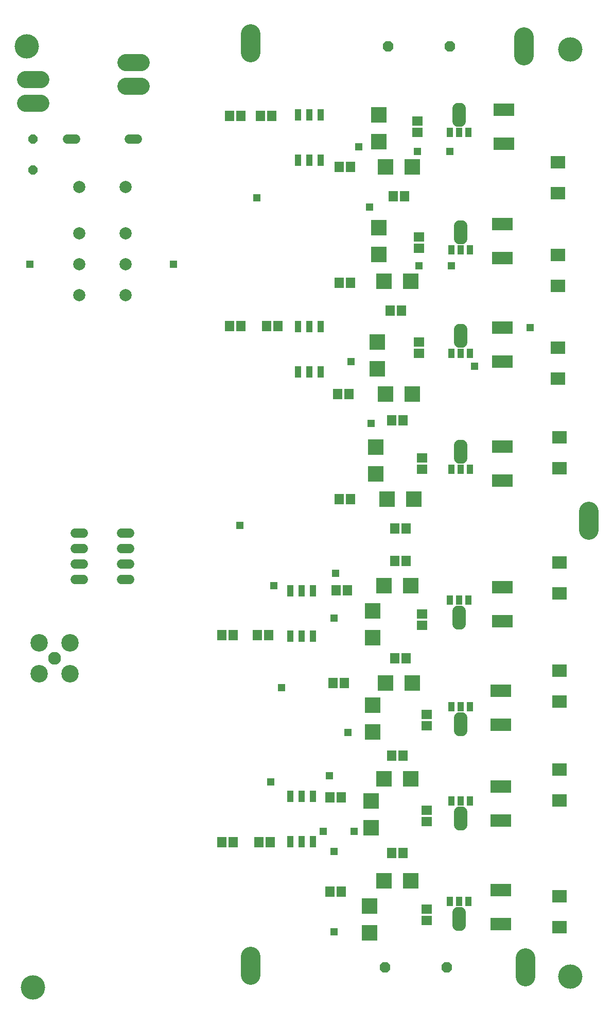
<source format=gts>
G75*
%MOIN*%
%OFA0B0*%
%FSLAX25Y25*%
%IPPOS*%
%LPD*%
%AMOC8*
5,1,8,0,0,1.08239X$1,22.5*
%
%ADD10C,0.15750*%
%ADD11C,0.10839*%
%ADD12C,0.08300*%
%ADD13C,0.11300*%
%ADD14R,0.05918X0.06706*%
%ADD15C,0.06000*%
%ADD16C,0.07887*%
%ADD17R,0.04300X0.07400*%
%ADD18R,0.13398X0.07887*%
%ADD19R,0.03950X0.06312*%
%ADD20C,0.06600*%
%ADD21R,0.03937X0.06299*%
%ADD22R,0.09461X0.07887*%
%ADD23C,0.12650*%
%ADD24R,0.10249X0.10249*%
%ADD25OC8,0.06000*%
%ADD26R,0.06706X0.05918*%
%ADD27OC8,0.06800*%
%ADD28R,0.04762X0.04762*%
D10*
X0028800Y0019800D03*
X0376800Y0026800D03*
X0376800Y0626800D03*
X0024800Y0628800D03*
D11*
X0023780Y0607595D02*
X0033820Y0607595D01*
X0033820Y0592005D02*
X0023780Y0592005D01*
X0088780Y0603005D02*
X0098820Y0603005D01*
X0098820Y0618595D02*
X0088780Y0618595D01*
D12*
X0042800Y0232800D03*
D13*
X0032761Y0242839D03*
X0032761Y0222761D03*
X0052839Y0222761D03*
X0052839Y0242839D03*
D14*
X0151060Y0247800D03*
X0158540Y0247800D03*
X0174060Y0247800D03*
X0181540Y0247800D03*
X0223060Y0216800D03*
X0230540Y0216800D03*
X0263060Y0232800D03*
X0270540Y0232800D03*
X0232540Y0276800D03*
X0225060Y0276800D03*
X0227060Y0335800D03*
X0234540Y0335800D03*
X0263060Y0316800D03*
X0270540Y0316800D03*
X0270540Y0295800D03*
X0263060Y0295800D03*
X0261060Y0386800D03*
X0268540Y0386800D03*
X0233540Y0403800D03*
X0226060Y0403800D03*
X0187540Y0447800D03*
X0180060Y0447800D03*
X0163540Y0447800D03*
X0156060Y0447800D03*
X0227060Y0475800D03*
X0234540Y0475800D03*
X0260060Y0457800D03*
X0267540Y0457800D03*
X0269540Y0531800D03*
X0262060Y0531800D03*
X0234540Y0550800D03*
X0227060Y0550800D03*
X0183540Y0583800D03*
X0176060Y0583800D03*
X0163540Y0583800D03*
X0156060Y0583800D03*
X0261060Y0169800D03*
X0268540Y0169800D03*
X0268540Y0106800D03*
X0261060Y0106800D03*
X0228540Y0081800D03*
X0221060Y0081800D03*
X0182540Y0113800D03*
X0175060Y0113800D03*
X0158540Y0113800D03*
X0151060Y0113800D03*
X0221060Y0142800D03*
X0228540Y0142800D03*
D15*
X0091400Y0283800D02*
X0086200Y0283800D01*
X0086200Y0293800D02*
X0091400Y0293800D01*
X0091400Y0303800D02*
X0086200Y0303800D01*
X0086200Y0313800D02*
X0091400Y0313800D01*
X0061400Y0313800D02*
X0056200Y0313800D01*
X0056200Y0303800D02*
X0061400Y0303800D01*
X0061400Y0293800D02*
X0056200Y0293800D01*
X0056200Y0283800D02*
X0061400Y0283800D01*
X0056400Y0568800D02*
X0051200Y0568800D01*
X0091200Y0568800D02*
X0096400Y0568800D01*
D16*
X0088800Y0537800D03*
X0088800Y0507800D03*
X0088800Y0487800D03*
X0088800Y0467800D03*
X0058800Y0467800D03*
X0058800Y0487800D03*
X0058800Y0507800D03*
X0058800Y0537800D03*
D17*
X0200500Y0555250D03*
X0207800Y0555250D03*
X0215100Y0555250D03*
X0215100Y0584350D03*
X0207800Y0584350D03*
X0200500Y0584350D03*
X0200500Y0447350D03*
X0207800Y0447350D03*
X0215100Y0447350D03*
X0215100Y0418250D03*
X0207800Y0418250D03*
X0200500Y0418250D03*
X0202800Y0276350D03*
X0195500Y0276350D03*
X0210100Y0276350D03*
X0210100Y0247250D03*
X0202800Y0247250D03*
X0195500Y0247250D03*
X0195500Y0143350D03*
X0202800Y0143350D03*
X0210100Y0143350D03*
X0210100Y0114250D03*
X0202800Y0114250D03*
X0195500Y0114250D03*
D18*
X0331800Y0127776D03*
X0331800Y0149824D03*
X0331800Y0189776D03*
X0331800Y0211824D03*
X0332800Y0256776D03*
X0332800Y0278824D03*
X0332800Y0347776D03*
X0332800Y0369824D03*
X0332800Y0424776D03*
X0332800Y0446824D03*
X0332800Y0491776D03*
X0332800Y0513824D03*
X0333800Y0565776D03*
X0333800Y0587824D03*
X0331800Y0082824D03*
X0331800Y0060776D03*
D19*
X0310702Y0075599D03*
X0298898Y0075599D03*
X0299898Y0140599D03*
X0311702Y0140599D03*
X0311702Y0201599D03*
X0299898Y0201599D03*
X0298898Y0270599D03*
X0310702Y0270599D03*
X0311702Y0355001D03*
X0299898Y0355001D03*
X0299898Y0430001D03*
X0311702Y0430001D03*
X0311702Y0497001D03*
X0299898Y0497001D03*
X0298898Y0573001D03*
X0310702Y0573001D03*
D20*
X0305900Y0580216D02*
X0303700Y0580216D01*
X0303700Y0588786D01*
X0305900Y0588786D01*
X0305900Y0580216D01*
X0305900Y0586815D02*
X0303700Y0586815D01*
X0304700Y0504216D02*
X0306900Y0504216D01*
X0304700Y0504216D02*
X0304700Y0512786D01*
X0306900Y0512786D01*
X0306900Y0504216D01*
X0306900Y0510815D02*
X0304700Y0510815D01*
X0304700Y0437216D02*
X0306900Y0437216D01*
X0304700Y0437216D02*
X0304700Y0445786D01*
X0306900Y0445786D01*
X0306900Y0437216D01*
X0306900Y0443815D02*
X0304700Y0443815D01*
X0304700Y0362216D02*
X0306900Y0362216D01*
X0304700Y0362216D02*
X0304700Y0370786D01*
X0306900Y0370786D01*
X0306900Y0362216D01*
X0306900Y0368815D02*
X0304700Y0368815D01*
X0303700Y0263384D02*
X0305900Y0263384D01*
X0305900Y0254814D01*
X0303700Y0254814D01*
X0303700Y0263384D01*
X0303700Y0261413D02*
X0305900Y0261413D01*
X0306900Y0194384D02*
X0304700Y0194384D01*
X0306900Y0194384D02*
X0306900Y0185814D01*
X0304700Y0185814D01*
X0304700Y0194384D01*
X0304700Y0192413D02*
X0306900Y0192413D01*
X0306900Y0133384D02*
X0304700Y0133384D01*
X0306900Y0133384D02*
X0306900Y0124814D01*
X0304700Y0124814D01*
X0304700Y0133384D01*
X0304700Y0131413D02*
X0306900Y0131413D01*
X0305900Y0068384D02*
X0303700Y0068384D01*
X0305900Y0068384D02*
X0305900Y0059814D01*
X0303700Y0059814D01*
X0303700Y0068384D01*
X0303700Y0066413D02*
X0305900Y0066413D01*
D21*
X0304800Y0075595D03*
X0305800Y0140595D03*
X0305800Y0201595D03*
X0304800Y0270595D03*
X0305800Y0355005D03*
X0305800Y0430005D03*
X0305800Y0497005D03*
X0304800Y0573005D03*
D22*
X0368800Y0553839D03*
X0368800Y0533761D03*
X0368800Y0493839D03*
X0368800Y0473761D03*
X0368800Y0433839D03*
X0368800Y0413761D03*
X0369800Y0375839D03*
X0369800Y0355761D03*
X0369800Y0294839D03*
X0369800Y0274761D03*
X0369800Y0224839D03*
X0369800Y0204761D03*
X0369800Y0160839D03*
X0369800Y0140761D03*
X0369800Y0078839D03*
X0369800Y0058761D03*
D23*
X0347800Y0038725D02*
X0347800Y0026875D01*
X0169800Y0027875D02*
X0169800Y0039725D01*
X0388800Y0315875D02*
X0388800Y0327725D01*
X0346800Y0622875D02*
X0346800Y0634725D01*
X0169800Y0636725D02*
X0169800Y0624875D01*
D24*
X0252800Y0584461D03*
X0252800Y0567139D03*
X0257139Y0550800D03*
X0274461Y0550800D03*
X0252800Y0511461D03*
X0252800Y0494139D03*
X0256139Y0476800D03*
X0273461Y0476800D03*
X0251800Y0437461D03*
X0251800Y0420139D03*
X0257139Y0403800D03*
X0274461Y0403800D03*
X0250800Y0369461D03*
X0250800Y0352139D03*
X0258139Y0335800D03*
X0275461Y0335800D03*
X0273461Y0279800D03*
X0256139Y0279800D03*
X0248800Y0263461D03*
X0248800Y0246139D03*
X0257139Y0216800D03*
X0248800Y0202461D03*
X0248800Y0185139D03*
X0256139Y0154800D03*
X0247800Y0140461D03*
X0247800Y0123139D03*
X0256139Y0088800D03*
X0246800Y0072461D03*
X0246800Y0055139D03*
X0273461Y0088800D03*
X0273461Y0154800D03*
X0274461Y0216800D03*
D25*
X0028800Y0548800D03*
X0028800Y0568800D03*
D26*
X0277800Y0573060D03*
X0277800Y0580540D03*
X0278800Y0505540D03*
X0278800Y0498060D03*
X0278800Y0437540D03*
X0278800Y0430060D03*
X0280800Y0362540D03*
X0280800Y0355060D03*
X0280800Y0261540D03*
X0280800Y0254060D03*
X0283800Y0196540D03*
X0283800Y0189060D03*
X0283800Y0134540D03*
X0283800Y0127060D03*
X0283800Y0070540D03*
X0283800Y0063060D03*
D27*
X0296800Y0032800D03*
X0256800Y0032800D03*
X0258800Y0628800D03*
X0298800Y0628800D03*
D28*
X0298800Y0560800D03*
X0277800Y0560800D03*
X0246800Y0524800D03*
X0239800Y0563800D03*
X0278800Y0486800D03*
X0299800Y0486800D03*
X0314800Y0421800D03*
X0350800Y0446800D03*
X0247800Y0384800D03*
X0234800Y0424800D03*
X0173800Y0530800D03*
X0119800Y0487800D03*
X0026800Y0487800D03*
X0162800Y0318800D03*
X0184800Y0279800D03*
X0224800Y0287800D03*
X0223800Y0258800D03*
X0189800Y0213800D03*
X0182800Y0152800D03*
X0216800Y0120800D03*
X0223800Y0107800D03*
X0236800Y0120800D03*
X0220800Y0156800D03*
X0232800Y0184800D03*
X0223800Y0055800D03*
M02*

</source>
